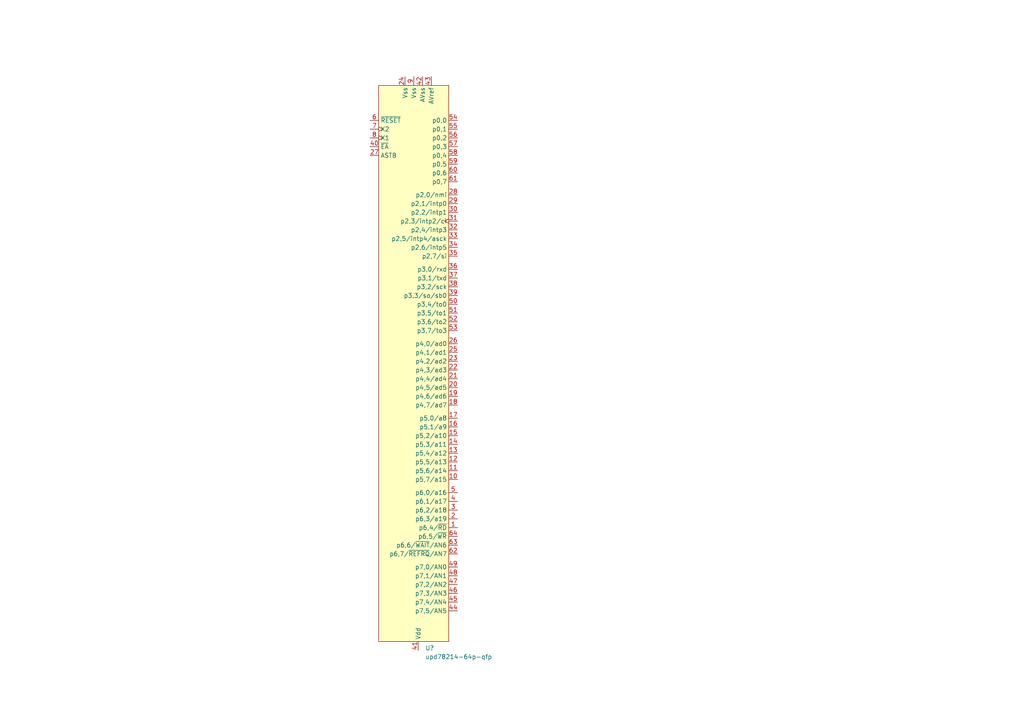
<source format=kicad_sch>
(kicad_sch (version 20211123) (generator eeschema)
  (paper "A4")
  (lib_symbols
    (symbol "NEC:upd78214-64p-qfp"
      (property "Reference" "U" (at 0 17.78 0))
      (property "Value" "upd78214-64p-qfp" (at 0 21.59 0))
      (symbol "upd78214-64p-qfp_0_0"
        (rectangle (start 8.89 -160.02) (end -11.43 1.27) (fill (type background)))
      )
      (symbol "upd78214-64p-qfp_1_1"
        (pin bidirectional line (at 11.43 -127 180) (length 2.54) (name "p6,4/~{RD}") (number "1"))
        (pin bidirectional line (at 11.43 -113.03 180) (length 2.54) (name "p5,7/a15") (number "10"))
        (pin bidirectional line (at 11.43 -110.49 180) (length 2.54) (name "p5,6/a14") (number "11"))
        (pin bidirectional line (at 11.43 -107.95 180) (length 2.54) (name "p5,5/a13") (number "12"))
        (pin bidirectional line (at 11.43 -105.41 180) (length 2.54) (name "p5,4/a12") (number "13"))
        (pin bidirectional line (at 11.43 -102.87 180) (length 2.54) (name "p5,3/a11") (number "14"))
        (pin bidirectional line (at 11.43 -100.33 180) (length 2.54) (name "p5,2/a10") (number "15"))
        (pin bidirectional line (at 11.43 -97.79 180) (length 2.54) (name "p5,1/a9") (number "16"))
        (pin bidirectional line (at 11.43 -95.25 180) (length 2.54) (name "p5,0/a8") (number "17"))
        (pin bidirectional line (at 11.43 -91.44 180) (length 2.54) (name "p4,7/ad7") (number "18"))
        (pin bidirectional line (at 11.43 -88.9 180) (length 2.54) (name "p4,6/ad6") (number "19"))
        (pin bidirectional line (at 11.43 -124.46 180) (length 2.54) (name "p6,3/a19") (number "2"))
        (pin bidirectional line (at 11.43 -86.36 180) (length 2.54) (name "p4,5/ad5") (number "20"))
        (pin bidirectional line (at 11.43 -83.82 180) (length 2.54) (name "p4,4/ad4") (number "21"))
        (pin bidirectional line (at 11.43 -81.28 180) (length 2.54) (name "p4,3/ad3") (number "22"))
        (pin bidirectional line (at 11.43 -78.74 180) (length 2.54) (name "p4,2/ad2") (number "23"))
        (pin power_in line (at -3.81 3.81 270) (length 2.54) (name "Vss") (number "24"))
        (pin bidirectional line (at 11.43 -76.2 180) (length 2.54) (name "p4,1/ad1") (number "25"))
        (pin bidirectional line (at 11.43 -73.66 180) (length 2.54) (name "p4,0/ad0") (number "26"))
        (pin output line (at -13.97 -19.05 0) (length 2.54) (name "ASTB") (number "27"))
        (pin input line (at 11.43 -30.48 180) (length 2.54) (name "p2,0/nmi") (number "28"))
        (pin input line (at 11.43 -33.02 180) (length 2.54) (name "p2,1/intp0") (number "29"))
        (pin bidirectional line (at 11.43 -121.92 180) (length 2.54) (name "p6,2/a18") (number "3"))
        (pin input line (at 11.43 -35.56 180) (length 2.54) (name "p2,2/intp1") (number "30"))
        (pin input clock (at 11.43 -38.1 180) (length 2.54) (name "p2,3/intp2/ci") (number "31"))
        (pin input line (at 11.43 -40.64 180) (length 2.54) (name "p2,4/intp3") (number "32"))
        (pin input line (at 11.43 -43.18 180) (length 2.54) (name "p2,5/intp4/asck") (number "33"))
        (pin input line (at 11.43 -45.72 180) (length 2.54) (name "p2,6/intp5") (number "34"))
        (pin input line (at 11.43 -48.26 180) (length 2.54) (name "p2,7/si") (number "35"))
        (pin bidirectional line (at 11.43 -52.07 180) (length 2.54) (name "p3,0/rxd") (number "36"))
        (pin bidirectional line (at 11.43 -54.61 180) (length 2.54) (name "p3,1/txd") (number "37"))
        (pin bidirectional line (at 11.43 -57.15 180) (length 2.54) (name "p3,2/sck") (number "38"))
        (pin bidirectional line (at 11.43 -59.69 180) (length 2.54) (name "p3,3/so/sb0") (number "39"))
        (pin bidirectional line (at 11.43 -119.38 180) (length 2.54) (name "p6,1/a17") (number "4"))
        (pin input line (at -13.97 -16.51 0) (length 2.54) (name "~{EA}") (number "40"))
        (pin power_in line (at 0 -162.56 90) (length 2.54) (name "Vdd") (number "41"))
        (pin power_in line (at 1.27 3.81 270) (length 2.54) (name "AVss") (number "42"))
        (pin power_in line (at 3.81 3.81 270) (length 2.54) (name "AVref") (number "43"))
        (pin input line (at 11.43 -151.13 180) (length 2.54) (name "p7,5/AN5") (number "44"))
        (pin input line (at 11.43 -148.59 180) (length 2.54) (name "p7,4/AN4") (number "45"))
        (pin input line (at 11.43 -146.05 180) (length 2.54) (name "p7,3/AN3") (number "46"))
        (pin input line (at 11.43 -143.51 180) (length 2.54) (name "p7,2/AN2") (number "47"))
        (pin input line (at 11.43 -140.97 180) (length 2.54) (name "p7,1/AN1") (number "48"))
        (pin input line (at 11.43 -138.43 180) (length 2.54) (name "p7,0/AN0") (number "49"))
        (pin bidirectional line (at 11.43 -116.84 180) (length 2.54) (name "p6,0/a16") (number "5"))
        (pin bidirectional line (at 11.43 -62.23 180) (length 2.54) (name "p3,4/to0") (number "50"))
        (pin bidirectional line (at 11.43 -64.77 180) (length 2.54) (name "p3,5/to1") (number "51"))
        (pin bidirectional line (at 11.43 -67.31 180) (length 2.54) (name "p3,6/to2") (number "52"))
        (pin bidirectional line (at 11.43 -69.85 180) (length 2.54) (name "p3,7/to3") (number "53"))
        (pin output line (at 11.43 -8.89 180) (length 2.54) (name "p0,0") (number "54"))
        (pin output line (at 11.43 -11.43 180) (length 2.54) (name "p0,1") (number "55"))
        (pin output line (at 11.43 -13.97 180) (length 2.54) (name "p0,2") (number "56"))
        (pin output line (at 11.43 -16.51 180) (length 2.54) (name "p0,3") (number "57"))
        (pin output line (at 11.43 -19.05 180) (length 2.54) (name "p0,4") (number "58"))
        (pin output line (at 11.43 -21.59 180) (length 2.54) (name "p0,5") (number "59"))
        (pin input line (at -13.97 -8.89 0) (length 2.54) (name "~{RESET}") (number "6"))
        (pin output line (at 11.43 -24.13 180) (length 2.54) (name "p0,6") (number "60"))
        (pin output line (at 11.43 -26.67 180) (length 2.54) (name "p0,7") (number "61"))
        (pin bidirectional line (at 11.43 -134.62 180) (length 2.54) (name "p6,7/~{REFRQ}/AN7") (number "62"))
        (pin bidirectional line (at 11.43 -132.08 180) (length 2.54) (name "p6,6/~{WAIT}/AN6") (number "63"))
        (pin bidirectional line (at 11.43 -129.54 180) (length 2.54) (name "p6,5/~{WR}") (number "64"))
        (pin input clock (at -13.97 -11.43 0) (length 2.54) (name "X2") (number "7"))
        (pin input clock (at -13.97 -13.97 0) (length 2.54) (name "X1") (number "8"))
        (pin power_in line (at -1.27 3.81 270) (length 2.54) (name "Vss") (number "9"))
      )
    )
  )
  (symbol (lib_id "NEC:upd78214-64p-qfp") (at 121.285 26.035 0) (unit 1)
    (property "Reference" "U?" (at 123.3044 187.96 0) (effects (justify left)))
    (property "Value" "upd78214-64p-qfp" (at 123.3044 190.5 0) (effects (justify left)))
    (property "Footprint" "Package_QFP:TQFP-64_14x14mm_P0.8mm" (effects hide))
  )
)
</source>
